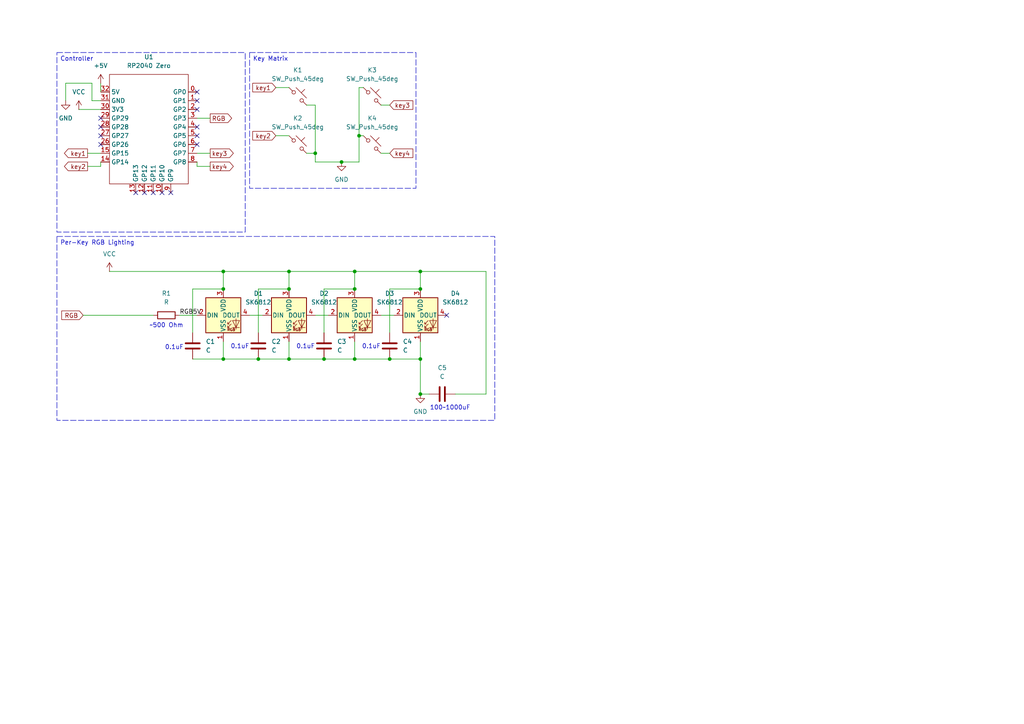
<source format=kicad_sch>
(kicad_sch (version 20231120) (generator "eeschema") (generator_version "8.0")
  (paper "A4")
  (lib_symbols
    (symbol "Device:C" (pin_numbers hide) (pin_names (offset 0.254))
      (property "Reference" "C" (at 0.635 2.54 0))
      (property "Value" "C" (at 0.635 -2.54 0))
      (symbol "C_0_1"
        (polyline (pts (xy -2.032 -0.762) (xy 2.032 -0.762)) (stroke (width 0.508)))
        (polyline (pts (xy -2.032 0.762) (xy 2.032 0.762)) (stroke (width 0.508)))
      )
      (symbol "C_1_1"
        (pin passive line (at 0 3.81 270) (length 2.794) (name "~") (number "1"))
        (pin passive line (at 0 -3.81 90) (length 2.794) (name "~") (number "2"))
      )
    )
    (symbol "Device:R" (pin_numbers hide) (pin_names (offset 0))
      (property "Reference" "R" (at 2.032 0 90))
      (property "Value" "R" (at 0 0 90))
      (symbol "R_0_1"
        (rectangle (start -1.016 -2.54) (end 1.016 2.54) (stroke (width 0.254)))
      )
      (symbol "R_1_1"
        (pin passive line (at 0 3.81 270) (length 1.27) (name "~") (number "1"))
        (pin passive line (at 0 -3.81 90) (length 1.27) (name "~") (number "2"))
      )
    )
    (symbol "LED:SK6812" (pin_names (offset 0.254))
      (property "Reference" "D" (at 5.08 5.715 0))
      (property "Value" "SK6812" (at 1.27 -5.715 0))
      (symbol "SK6812_0_0"
        (text "RGB" (at 2.286 -4.191 0) (effects (font (size 0.762 0.762))))
      )
      (symbol "SK6812_0_1"
        (polyline (pts (xy 1.27 -3.556) (xy 1.778 -3.556)))
        (polyline (pts (xy 1.27 -2.54) (xy 1.778 -2.54)))
        (polyline (pts (xy 4.699 -3.556) (xy 2.667 -3.556)))
        (polyline (pts (xy 2.286 -2.54) (xy 1.27 -3.556) (xy 1.27 -3.048)))
        (polyline (pts (xy 2.286 -1.524) (xy 1.27 -2.54) (xy 1.27 -2.032)))
        (polyline (pts (xy 3.683 -1.016) (xy 3.683 -3.556) (xy 3.683 -4.064)))
        (polyline (pts (xy 4.699 -1.524) (xy 2.667 -1.524) (xy 3.683 -3.556) (xy 4.699 -1.524)))
        (rectangle (start 5.08 5.08) (end -5.08 -5.08) (stroke (width 0.254)) (fill (type background)))
      )
      (symbol "SK6812_1_1"
        (pin power_in line (at 0 -7.62 90) (length 2.54) (name "VSS") (number "1"))
        (pin input line (at -7.62 0 0) (length 2.54) (name "DIN") (number "2"))
        (pin power_in line (at 0 7.62 270) (length 2.54) (name "VDD") (number "3"))
        (pin output line (at 7.62 0 180) (length 2.54) (name "DOUT") (number "4"))
      )
    )
    (symbol "Switch:SW_Push_45deg" (pin_numbers hide) (pin_names (offset 1.016) hide)
      (property "Reference" "SW" (at 3.048 1.016 0))
      (property "Value" "SW_Push_45deg" (at 0 -3.81 0))
      (symbol "SW_Push_45deg_0_1"
        (circle (center -1.1684 1.1684) (radius 0.508))
        (polyline (pts (xy -0.508 2.54) (xy 2.54 -0.508)))
        (polyline (pts (xy 1.016 1.016) (xy 2.032 2.032)))
        (polyline (pts (xy -2.54 2.54) (xy -1.524 1.524) (xy -1.524 1.524)))
        (polyline (pts (xy 1.524 -1.524) (xy 2.54 -2.54) (xy 2.54 -2.54) (xy 2.54 -2.54)))
        (circle (center 1.143 -1.1938) (radius 0.508))
        (pin passive line (at -2.54 2.54 0) (length 0) (name "1") (number "1"))
        (pin passive line (at 2.54 -2.54 180) (length 0) (name "2") (number "2"))
      )
    )
    (symbol "keyboard_parts:RP2040_Zero"
      (property "Reference" "U1" (at -6.35 1.27 0))
      (property "Value" "RP2040 Zero" (at -6.35 -1.27 0))
      (symbol "RP2040_Zero_1_1"
        (rectangle (start -17.78 -3.81) (end 5.08 -35.56))
        (pin bidirectional line (at 7.62 -8.89 180) (length 2.54) (name "GP0") (number "0"))
        (pin bidirectional line (at 7.62 -11.43 180) (length 2.54) (name "GP1") (number "1"))
        (pin bidirectional line (at -2.54 -38.1 90) (length 2.54) (name "GP10") (number "10"))
        (pin bidirectional line (at -5.08 -38.1 90) (length 2.54) (name "GP11") (number "11"))
        (pin bidirectional line (at -7.62 -38.1 90) (length 2.54) (name "GP12") (number "12"))
        (pin bidirectional line (at -10.16 -38.1 90) (length 2.54) (name "GP13") (number "13"))
        (pin bidirectional line (at -20.32 -29.21 0) (length 2.54) (name "GP14") (number "14"))
        (pin bidirectional line (at -20.32 -26.67 0) (length 2.54) (name "GP15") (number "15"))
        (pin bidirectional line (at 7.62 -13.97 180) (length 2.54) (name "GP2") (number "2"))
        (pin bidirectional line (at -20.32 -24.13 0) (length 2.54) (name "GP26") (number "26"))
        (pin bidirectional line (at -20.32 -21.59 0) (length 2.54) (name "GP27") (number "27"))
        (pin bidirectional line (at -20.32 -19.05 0) (length 2.54) (name "GP28") (number "28"))
        (pin bidirectional line (at -20.32 -16.51 0) (length 2.54) (name "GP29") (number "29"))
        (pin bidirectional line (at 7.62 -16.51 180) (length 2.54) (name "GP3") (number "3"))
        (pin power_out line (at -20.32 -13.97 0) (length 2.54) (name "3V3") (number "30"))
        (pin power_in line (at -20.32 -11.43 0) (length 2.54) (name "GND") (number "31"))
        (pin power_out line (at -20.32 -8.89 0) (length 2.54) (name "5V") (number "32"))
        (pin bidirectional line (at 7.62 -19.05 180) (length 2.54) (name "GP4") (number "4"))
        (pin bidirectional line (at 7.62 -21.59 180) (length 2.54) (name "GP5") (number "5"))
        (pin bidirectional line (at 7.62 -24.13 180) (length 2.54) (name "GP6") (number "6"))
        (pin bidirectional line (at 7.62 -26.67 180) (length 2.54) (name "GP7") (number "7"))
        (pin bidirectional line (at 7.62 -29.21 180) (length 2.54) (name "GP8") (number "8"))
        (pin bidirectional line (at 0 -38.1 90) (length 2.54) (name "GP9") (number "9"))
      )
    )
    (symbol "power:+5V" (power) (pin_numbers hide) (pin_names (offset 0) hide)
      (property "Value" "+5V" (at 0 3.556 0))
      (symbol "+5V_0_1"
        (polyline (pts (xy -0.762 1.27) (xy 0 2.54)))
        (polyline (pts (xy 0 0) (xy 0 2.54)))
        (polyline (pts (xy 0 2.54) (xy 0.762 1.27)))
      )
      (symbol "+5V_1_1"
        (pin power_in line (at 0 0 90) (length 0) (name "~") (number "1"))
      )
    )
    (symbol "power:GND" (power) (pin_numbers hide) (pin_names (offset 0) hide)
      (property "Value" "GND" (at 0 -3.81 0))
      (symbol "GND_0_1"
        (polyline (pts (xy 0 0) (xy 0 -1.27) (xy 1.27 -1.27) (xy 0 -2.54) (xy -1.27 -1.27) (xy 0 -1.27)))
      )
      (symbol "GND_1_1"
        (pin power_in line (at 0 0 270) (length 0) (name "~") (number "1"))
      )
    )
    (symbol "power:VCC" (power) (pin_numbers hide) (pin_names (offset 0) hide)
      (property "Value" "VCC" (at 0 3.556 0))
      (symbol "VCC_0_1"
        (polyline (pts (xy -0.762 1.27) (xy 0 2.54)))
        (polyline (pts (xy 0 0) (xy 0 2.54)))
        (polyline (pts (xy 0 2.54) (xy 0.762 1.27)))
      )
      (symbol "VCC_1_1"
        (pin power_in line (at 0 0 90) (length 0) (name "~") (number "1"))
      )
    )
  )
  (junction (at 91.44 44.45))
  (junction (at 83.82 104.14))
  (junction (at 121.92 83.82))
  (junction (at 64.77 78.74))
  (junction (at 113.03 104.14))
  (junction (at 64.77 104.14))
  (junction (at 104.14 39.37))
  (junction (at 93.98 104.14))
  (junction (at 102.87 78.74))
  (junction (at 102.87 83.82))
  (junction (at 83.82 78.74))
  (junction (at 99.06 46.99))
  (junction (at 64.77 83.82))
  (junction (at 121.92 114.3))
  (junction (at 121.92 78.74))
  (junction (at 102.87 104.14))
  (junction (at 83.82 83.82))
  (junction (at 121.92 104.14))
  (junction (at 74.93 104.14))
  (no_connect (at 44.45 55.88))
  (no_connect (at 57.15 36.83))
  (no_connect (at 46.99 55.88))
  (no_connect (at 41.91 55.88))
  (no_connect (at 57.15 41.91))
  (no_connect (at 129.54 91.44))
  (no_connect (at 29.21 34.29))
  (no_connect (at 29.21 41.91))
  (no_connect (at 57.15 29.21))
  (no_connect (at 29.21 39.37))
  (no_connect (at 57.15 26.67))
  (no_connect (at 39.37 55.88))
  (no_connect (at 57.15 31.75))
  (no_connect (at 49.53 55.88))
  (no_connect (at 57.15 39.37))
  (no_connect (at 29.21 36.83))
  (wire (pts (xy 121.92 104.14) (xy 121.92 99.06)))
  (wire (pts (xy 31.75 78.74) (xy 64.77 78.74)))
  (wire (pts (xy 55.88 83.82) (xy 64.77 83.82)))
  (wire (pts (xy 57.15 48.26) (xy 60.96 48.26)))
  (wire (pts (xy 91.44 30.48) (xy 91.44 44.45)))
  (wire (pts (xy 104.14 39.37) (xy 105.41 39.37)))
  (wire (pts (xy 91.44 46.99) (xy 99.06 46.99)))
  (wire (pts (xy 55.88 96.52) (xy 55.88 83.82)))
  (wire (pts (xy 113.03 96.52) (xy 113.03 83.82)))
  (wire (pts (xy 91.44 91.44) (xy 95.25 91.44)))
  (wire (pts (xy 24.13 91.44) (xy 44.45 91.44)))
  (wire (pts (xy 99.06 46.99) (xy 104.14 46.99)))
  (wire (pts (xy 121.92 78.74) (xy 121.92 83.82)))
  (wire (pts (xy 64.77 78.74) (xy 83.82 78.74)))
  (wire (pts (xy 121.92 114.3) (xy 124.46 114.3)))
  (wire (pts (xy 104.14 25.4) (xy 104.14 39.37)))
  (wire (pts (xy 88.9 30.48) (xy 91.44 30.48)))
  (wire (pts (xy 113.03 83.82) (xy 121.92 83.82)))
  (wire (pts (xy 22.86 31.75) (xy 29.21 31.75)))
  (wire (pts (xy 88.9 44.45) (xy 91.44 44.45)))
  (wire (pts (xy 102.87 104.14) (xy 113.03 104.14)))
  (wire (pts (xy 57.15 34.29) (xy 60.96 34.29)))
  (wire (pts (xy 26.67 24.13) (xy 26.67 29.21)))
  (wire (pts (xy 83.82 104.14) (xy 93.98 104.14)))
  (wire (pts (xy 57.15 44.45) (xy 60.96 44.45)))
  (wire (pts (xy 93.98 96.52) (xy 93.98 83.82)))
  (wire (pts (xy 110.49 30.48) (xy 113.03 30.48)))
  (wire (pts (xy 140.97 114.3) (xy 140.97 78.74)))
  (wire (pts (xy 113.03 104.14) (xy 121.92 104.14)))
  (wire (pts (xy 83.82 25.4) (xy 80.01 25.4)))
  (wire (pts (xy 140.97 78.74) (xy 121.92 78.74)))
  (wire (pts (xy 26.67 29.21) (xy 29.21 29.21)))
  (wire (pts (xy 64.77 99.06) (xy 64.77 104.14)))
  (wire (pts (xy 29.21 24.13) (xy 29.21 26.67)))
  (wire (pts (xy 83.82 78.74) (xy 83.82 83.82)))
  (wire (pts (xy 72.39 91.44) (xy 76.2 91.44)))
  (wire (pts (xy 102.87 78.74) (xy 102.87 83.82)))
  (wire (pts (xy 25.4 44.45) (xy 29.21 44.45)))
  (wire (pts (xy 93.98 104.14) (xy 102.87 104.14)))
  (wire (pts (xy 55.88 104.14) (xy 64.77 104.14)))
  (wire (pts (xy 74.93 104.14) (xy 83.82 104.14)))
  (wire (pts (xy 102.87 99.06) (xy 102.87 104.14)))
  (wire (pts (xy 57.15 46.99) (xy 57.15 48.26)))
  (wire (pts (xy 74.93 83.82) (xy 83.82 83.82)))
  (wire (pts (xy 64.77 78.74) (xy 64.77 83.82)))
  (wire (pts (xy 29.21 46.99) (xy 29.21 48.26)))
  (wire (pts (xy 80.01 39.37) (xy 83.82 39.37)))
  (wire (pts (xy 104.14 39.37) (xy 104.14 46.99)))
  (wire (pts (xy 91.44 46.99) (xy 91.44 44.45)))
  (wire (pts (xy 83.82 99.06) (xy 83.82 104.14)))
  (wire (pts (xy 110.49 91.44) (xy 114.3 91.44)))
  (wire (pts (xy 140.97 114.3) (xy 132.08 114.3)))
  (wire (pts (xy 105.41 25.4) (xy 104.14 25.4)))
  (wire (pts (xy 19.05 24.13) (xy 19.05 29.21)))
  (wire (pts (xy 29.21 48.26) (xy 25.4 48.26)))
  (wire (pts (xy 52.07 91.44) (xy 57.15 91.44)))
  (wire (pts (xy 110.49 44.45) (xy 113.03 44.45)))
  (wire (pts (xy 121.92 104.14) (xy 121.92 114.3)))
  (wire (pts (xy 83.82 78.74) (xy 102.87 78.74)))
  (wire (pts (xy 74.93 96.52) (xy 74.93 83.82)))
  (wire (pts (xy 64.77 104.14) (xy 74.93 104.14)))
  (wire (pts (xy 102.87 78.74) (xy 121.92 78.74)))
  (wire (pts (xy 19.05 24.13) (xy 26.67 24.13)))
  (wire (pts (xy 93.98 83.82) (xy 102.87 83.82)))
  (text_box "Key Matrix" (at 72.39 15.24 0) (size 48.26 39.37) (stroke (width 0) (type dash)) (effects (font (size 1.27 1.27)) (justify left top)))
  (text_box "Per-Key RGB Lighting" (at 16.51 68.58 0) (size 127 53.34) (stroke (width 0) (type dash)) (effects (font (size 1.27 1.27)) (justify left top)))
  (text_box "Controller" (at 16.51 15.24 0) (size 54.61 52.07) (stroke (width 0) (type dash)) (effects (font (size 1.27 1.27)) (justify left top)))
  (text "0.1uF" (at 69.596 100.584 0) (effects (font (size 1.27 1.27))))
  (text "100~1000uF" (at 130.556 118.364 0) (effects (font (size 1.27 1.27))))
  (text "~500 Ohm" (at 48.26 94.488 0) (effects (font (size 1.27 1.27))))
  (text "0.1uF" (at 88.646 100.584 0) (effects (font (size 1.27 1.27))))
  (text "0.1uF" (at 107.696 100.584 0) (effects (font (size 1.27 1.27))))
  (text "0.1uF" (at 50.546 100.838 0) (effects (font (size 1.27 1.27))))
  (label "RGB5V" (at 52.07 91.44 0))
  (global_label "RGB" (shape input) (at 24.13 91.44 180) (property "Intersheetrefs" "${INTERSHEET_REFS}" (effects (hide yes))))
  (global_label "key2" (shape input) (at 80.01 39.37 180) (property "Intersheetrefs" "${INTERSHEET_REFS}" (effects (hide yes))))
  (global_label "key1" (shape input) (at 80.01 25.4 180) (property "Intersheetrefs" "${INTERSHEET_REFS}" (effects (hide yes))))
  (global_label "key2" (shape output) (at 25.4 48.26 180) (property "Intersheetrefs" "${INTERSHEET_REFS}" (effects (hide yes))))
  (global_label "key1" (shape output) (at 25.4 44.45 180) (property "Intersheetrefs" "${INTERSHEET_REFS}" (effects (hide yes))))
  (global_label "key4" (shape output) (at 60.96 48.26 0) (property "Intersheetrefs" "${INTERSHEET_REFS}" (effects (hide yes))))
  (global_label "key4" (shape input) (at 113.03 44.45 0) (property "Intersheetrefs" "${INTERSHEET_REFS}" (effects (hide yes))))
  (global_label "RGB" (shape output) (at 60.96 34.29 0) (property "Intersheetrefs" "${INTERSHEET_REFS}" (effects (hide yes))))
  (global_label "key3" (shape output) (at 60.96 44.45 0) (property "Intersheetrefs" "${INTERSHEET_REFS}" (effects (hide yes))))
  (global_label "key3" (shape input) (at 113.03 30.48 0) (property "Intersheetrefs" "${INTERSHEET_REFS}" (effects (hide yes))))
  (symbol (lib_id "power:VCC") (at 22.86 31.75 0) (unit 1)
    (property "Reference" "#PWR02" (effects (hide yes)))
    (property "Value" "VCC" (at 22.86 26.67 0))
    (property "Description" "Power symbol creates a global label with name \"VCC\"" (effects (hide yes)))
  )
  (symbol (lib_id "power:VCC") (at 31.75 78.74 0) (unit 1)
    (property "Reference" "#PWR04" (effects (hide yes)))
    (property "Value" "VCC" (at 31.75 73.66 0))
    (property "Description" "Power symbol creates a global label with name \"VCC\"" (effects (hide yes)))
  )
  (symbol (lib_id "LED:SK6812") (at 83.82 91.44 0) (unit 1)
    (property "Reference" "D2" (at 93.98 85.1214 0))
    (property "Value" "SK6812" (at 93.98 87.6614 0))
    (property "Footprint" "LED_SMD:LED_SK6812_PLCC4_5.0x5.0mm_P3.2mm" (effects (hide yes)))
    (property "Datasheet" "https://cdn-shop.adafruit.com/product-files/1138/SK6812+LED+datasheet+.pdf" (effects (hide yes)))
    (property "Description" "RGB LED with integrated controller" (effects (hide yes)))
  )
  (symbol (lib_id "Device:C") (at 128.27 114.3 270) (unit 1)
    (property "Reference" "C5" (at 128.27 106.68 90))
    (property "Value" "C" (at 128.27 109.22 90))
    (property "Footprint" "Capacitor_SMD:C_1206_3216Metric_Pad1.33x1.80mm_HandSolder" (effects (hide yes)))
    (property "Description" "Unpolarized capacitor" (effects (hide yes)))
  )
  (symbol (lib_id "Switch:SW_Push_45deg") (at 107.95 27.94 0) (unit 1)
    (property "Reference" "K3" (at 107.95 20.32 0))
    (property "Value" "SW_Push_45deg" (at 107.95 22.86 0))
    (property "Footprint" "keyboard_parts:Socket_PG1350_Hotswap" (effects (hide yes)))
    (property "Description" "Push button switch, normally open, two pins, 45° tilted" (effects (hide yes)))
  )
  (symbol (lib_id "Switch:SW_Push_45deg") (at 86.36 27.94 0) (unit 1)
    (property "Reference" "K1" (at 86.36 20.32 0))
    (property "Value" "SW_Push_45deg" (at 86.36 22.86 0))
    (property "Footprint" "keyboard_parts:Socket_PG1350_Hotswap" (effects (hide yes)))
    (property "Description" "Push button switch, normally open, two pins, 45° tilted" (effects (hide yes)))
  )
  (symbol (lib_id "Switch:SW_Push_45deg") (at 107.95 41.91 0) (unit 1)
    (property "Reference" "K4" (at 107.95 34.29 0))
    (property "Value" "SW_Push_45deg" (at 107.95 36.83 0))
    (property "Footprint" "keyboard_parts:Socket_PG1350_Hotswap" (effects (hide yes)))
    (property "Description" "Push button switch, normally open, two pins, 45° tilted" (effects (hide yes)))
  )
  (symbol (lib_id "Switch:SW_Push_45deg") (at 86.36 41.91 0) (unit 1)
    (property "Reference" "K2" (at 86.36 34.29 0))
    (property "Value" "SW_Push_45deg" (at 86.36 36.83 0))
    (property "Footprint" "keyboard_parts:Socket_PG1350_Hotswap" (effects (hide yes)))
    (property "Description" "Push button switch, normally open, two pins, 45° tilted" (effects (hide yes)))
  )
  (symbol (lib_id "Device:C") (at 113.03 100.33 180) (unit 1)
    (property "Reference" "C4" (at 116.84 99.0599 0) (effects (justify right)))
    (property "Value" "C" (at 116.84 101.5999 0) (effects (justify right)))
    (property "Footprint" "Capacitor_SMD:C_1206_3216Metric_Pad1.33x1.80mm_HandSolder" (effects (hide yes)))
    (property "Description" "Unpolarized capacitor" (effects (hide yes)))
  )
  (symbol (lib_id "LED:SK6812") (at 102.87 91.44 0) (unit 1)
    (property "Reference" "D3" (at 113.03 85.1214 0))
    (property "Value" "SK6812" (at 113.03 87.6614 0))
    (property "Footprint" "LED_SMD:LED_SK6812_PLCC4_5.0x5.0mm_P3.2mm" (effects (hide yes)))
    (property "Datasheet" "https://cdn-shop.adafruit.com/product-files/1138/SK6812+LED+datasheet+.pdf" (effects (hide yes)))
    (property "Description" "RGB LED with integrated controller" (effects (hide yes)))
  )
  (symbol (lib_id "LED:SK6812") (at 64.77 91.44 0) (unit 1)
    (property "Reference" "D1" (at 74.93 85.1214 0))
    (property "Value" "SK6812" (at 74.93 87.6614 0))
    (property "Footprint" "LED_SMD:LED_SK6812_PLCC4_5.0x5.0mm_P3.2mm" (effects (hide yes)))
    (property "Datasheet" "https://cdn-shop.adafruit.com/product-files/1138/SK6812+LED+datasheet+.pdf" (effects (hide yes)))
    (property "Description" "RGB LED with integrated controller" (effects (hide yes)))
  )
  (symbol (lib_id "power:+5V") (at 29.21 24.13 0) (unit 1)
    (property "Reference" "#PWR03" (effects (hide yes)))
    (property "Value" "+5V" (at 29.21 19.05 0))
    (property "Description" "Power symbol creates a global label with name \"+5V\"" (effects (hide yes)))
  )
  (symbol (lib_id "power:GND") (at 99.06 46.99 0) (unit 1)
    (property "Reference" "#PWR05" (effects (hide yes)))
    (property "Value" "GND" (at 99.06 52.07 0))
    (property "Description" "Power symbol creates a global label with name \"GND\" , ground" (effects (hide yes)))
  )
  (symbol (lib_id "power:GND") (at 19.05 29.21 0) (unit 1)
    (property "Reference" "#PWR01" (effects (hide yes)))
    (property "Value" "GND" (at 19.05 34.29 0))
    (property "Description" "Power symbol creates a global label with name \"GND\" , ground" (effects (hide yes)))
  )
  (symbol (lib_id "keyboard_parts:RP2040_Zero") (at 49.53 17.78 0) (unit 1)
    (property "Reference" "U1" (at 43.18 16.51 0))
    (property "Value" "RP2040 Zero" (at 43.18 19.05 0))
    (property "Footprint" "keyboard_parts:RP2040 Zero (Through Hole)" (effects (hide yes)))
    (property "Datasheet" "https://www.waveshare.com/rp2040-zero.htm" (effects (hide yes)))
    (property "Description" "RP2040-Zero, a Pico-like MCU Board Based on Raspberry Pi MCU RP2040, Mini ver." (effects (hide yes)))
  )
  (symbol (lib_id "Device:C") (at 74.93 100.33 180) (unit 1)
    (property "Reference" "C2" (at 78.74 99.0599 0) (effects (justify right)))
    (property "Value" "C" (at 78.74 101.5999 0) (effects (justify right)))
    (property "Footprint" "Capacitor_SMD:C_1206_3216Metric_Pad1.33x1.80mm_HandSolder" (effects (hide yes)))
    (property "Description" "Unpolarized capacitor" (effects (hide yes)))
  )
  (symbol (lib_id "LED:SK6812") (at 121.92 91.44 0) (unit 1)
    (property "Reference" "D4" (at 132.08 85.1214 0))
    (property "Value" "SK6812" (at 132.08 87.6614 0))
    (property "Footprint" "LED_SMD:LED_SK6812_PLCC4_5.0x5.0mm_P3.2mm" (effects (hide yes)))
    (property "Datasheet" "https://cdn-shop.adafruit.com/product-files/1138/SK6812+LED+datasheet+.pdf" (effects (hide yes)))
    (property "Description" "RGB LED with integrated controller" (effects (hide yes)))
  )
  (symbol (lib_id "Device:R") (at 48.26 91.44 90) (unit 1)
    (property "Reference" "R1" (at 48.26 85.09 90))
    (property "Value" "R" (at 48.26 87.63 90))
    (property "Footprint" "Resistor_SMD:R_1206_3216Metric_Pad1.30x1.75mm_HandSolder" (effects (hide yes)))
    (property "Description" "Resistor" (effects (hide yes)))
  )
  (symbol (lib_id "Device:C") (at 93.98 100.33 180) (unit 1)
    (property "Reference" "C3" (at 97.79 99.0599 0) (effects (justify right)))
    (property "Value" "C" (at 97.79 101.5999 0) (effects (justify right)))
    (property "Footprint" "Capacitor_SMD:C_1206_3216Metric_Pad1.33x1.80mm_HandSolder" (effects (hide yes)))
    (property "Description" "Unpolarized capacitor" (effects (hide yes)))
  )
  (symbol (lib_id "power:GND") (at 121.92 114.3 0) (mirror y) (unit 1)
    (property "Reference" "#PWR09" (effects (hide yes)))
    (property "Value" "GND" (at 121.92 119.38 0))
    (property "Description" "Power symbol creates a global label with name \"GND\" , ground" (effects (hide yes)))
  )
  (symbol (lib_id "Device:C") (at 55.88 100.33 180) (unit 1)
    (property "Reference" "C1" (at 59.69 99.0599 0) (effects (justify right)))
    (property "Value" "C" (at 59.69 101.5999 0) (effects (justify right)))
    (property "Footprint" "Capacitor_SMD:C_1206_3216Metric_Pad1.33x1.80mm_HandSolder" (effects (hide yes)))
    (property "Description" "Unpolarized capacitor" (effects (hide yes)))
  )
)
</source>
